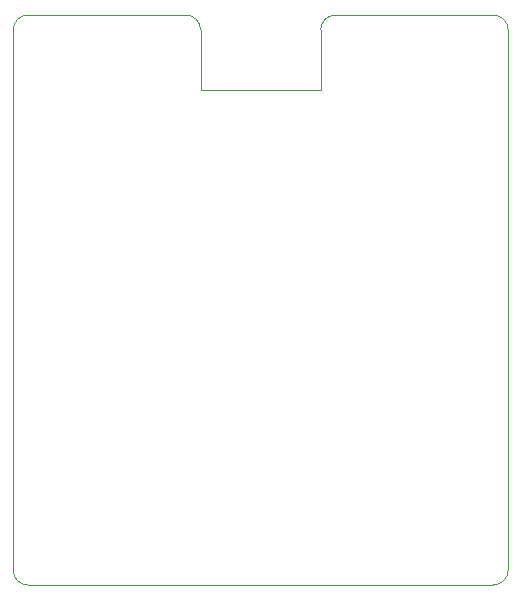
<source format=gm1>
%TF.GenerationSoftware,KiCad,Pcbnew,(6.0.7-1)-1*%
%TF.CreationDate,2022-08-30T19:37:27+08:00*%
%TF.ProjectId,Control,436f6e74-726f-46c2-9e6b-696361645f70,V3.2.2*%
%TF.SameCoordinates,PX7df6180PY32de760*%
%TF.FileFunction,Profile,NP*%
%FSLAX46Y46*%
G04 Gerber Fmt 4.6, Leading zero omitted, Abs format (unit mm)*
G04 Created by KiCad (PCBNEW (6.0.7-1)-1) date 2022-08-30 19:37:27*
%MOMM*%
%LPD*%
G01*
G04 APERTURE LIST*
%TA.AperFunction,Profile*%
%ADD10C,0.120000*%
%TD*%
G04 APERTURE END LIST*
D10*
X27305000Y-42545000D02*
X-12065000Y-42545000D01*
X-13335000Y-41275000D02*
X-13335000Y4445000D01*
X13970000Y5715000D02*
G75*
G03*
X12700000Y4445000I0J-1270000D01*
G01*
X28575000Y4445000D02*
G75*
G03*
X27305000Y5715000I-1270000J0D01*
G01*
X-13335000Y-41275000D02*
G75*
G03*
X-12065000Y-42545000I1270000J0D01*
G01*
X12700000Y4445000D02*
X12700000Y-635000D01*
X27305000Y-42545000D02*
G75*
G03*
X28575000Y-41275000I0J1270000D01*
G01*
X-12065000Y5715000D02*
G75*
G03*
X-13335000Y4445000I0J-1270000D01*
G01*
X2540000Y-635000D02*
X2540000Y4445000D01*
X12700000Y-635000D02*
X2540000Y-635000D01*
X13970000Y5715000D02*
X27305000Y5715000D01*
X28575000Y4445000D02*
X28575000Y-41275000D01*
X2540000Y4445000D02*
G75*
G03*
X1270000Y5715000I-1270000J0D01*
G01*
X1270000Y5715000D02*
X-12065000Y5715000D01*
M02*

</source>
